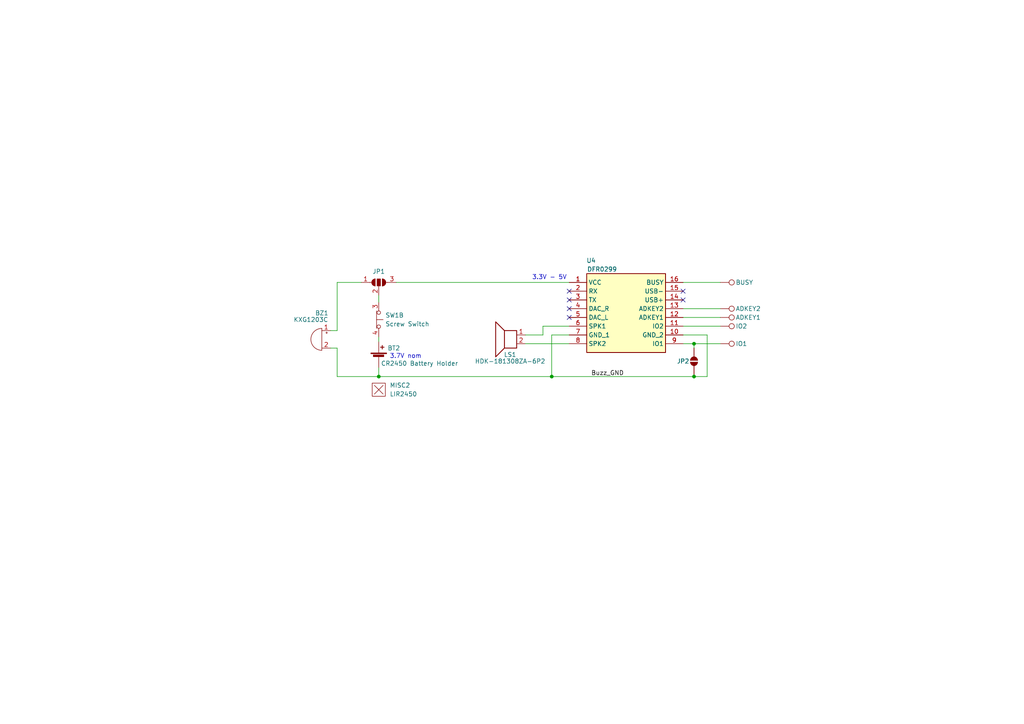
<source format=kicad_sch>
(kicad_sch (version 20211123) (generator eeschema)

  (uuid 3af145cc-9c18-4540-96ba-bbd1f642db11)

  (paper "A4")

  (lib_symbols
    (symbol "Connector:TestPoint" (pin_numbers hide) (pin_names (offset 0.762) hide) (in_bom yes) (on_board yes)
      (property "Reference" "TP" (id 0) (at 0 6.858 0)
        (effects (font (size 1.27 1.27)))
      )
      (property "Value" "TestPoint" (id 1) (at 0 5.08 0)
        (effects (font (size 1.27 1.27)))
      )
      (property "Footprint" "" (id 2) (at 5.08 0 0)
        (effects (font (size 1.27 1.27)) hide)
      )
      (property "Datasheet" "~" (id 3) (at 5.08 0 0)
        (effects (font (size 1.27 1.27)) hide)
      )
      (property "ki_keywords" "test point tp" (id 4) (at 0 0 0)
        (effects (font (size 1.27 1.27)) hide)
      )
      (property "ki_description" "test point" (id 5) (at 0 0 0)
        (effects (font (size 1.27 1.27)) hide)
      )
      (property "ki_fp_filters" "Pin* Test*" (id 6) (at 0 0 0)
        (effects (font (size 1.27 1.27)) hide)
      )
      (symbol "TestPoint_0_1"
        (circle (center 0 3.302) (radius 0.762)
          (stroke (width 0) (type default) (color 0 0 0 0))
          (fill (type none))
        )
      )
      (symbol "TestPoint_1_1"
        (pin passive line (at 0 0 90) (length 2.54)
          (name "1" (effects (font (size 1.27 1.27))))
          (number "1" (effects (font (size 1.27 1.27))))
        )
      )
    )
    (symbol "DFR0299:DFR0299" (in_bom yes) (on_board yes)
      (property "Reference" "U" (id 0) (at 5.715 5.715 0)
        (effects (font (size 1.27 1.27)))
      )
      (property "Value" "DFR0299" (id 1) (at 9.525 3.81 0)
        (effects (font (size 1.27 1.27)))
      )
      (property "Footprint" "DFR0299:DFR0299" (id 2) (at 0 0 0)
        (effects (font (size 1.27 1.27)) hide)
      )
      (property "Datasheet" "https://raw.githubusercontent.com/Arduinolibrary/DFPlayer_Mini_mp3/master/DFPlayer%20Mini%20Manual.pdf" (id 3) (at 0 0 0)
        (effects (font (size 1.27 1.27)) hide)
      )
      (property "Height" "6" (id 4) (at 29.21 -394.92 0)
        (effects (font (size 1.27 1.27)) (justify left top) hide)
      )
      (property "Manufacturer_Name" "DFRobot" (id 5) (at 29.21 -494.92 0)
        (effects (font (size 1.27 1.27)) (justify left top) hide)
      )
      (property "Manufacturer_Part_Number" "DFR0299" (id 6) (at 29.21 -594.92 0)
        (effects (font (size 1.27 1.27)) (justify left top) hide)
      )
      (property "Mouser Part Number" "426-DFR0299" (id 7) (at 29.21 -694.92 0)
        (effects (font (size 1.27 1.27)) (justify left top) hide)
      )
      (property "Mouser Price/Stock" "https://www.mouser.co.uk/ProductDetail/DFRobot/DFR0299?qs=Zcin8yvlhnPSNhqM2hweWw%3D%3D" (id 8) (at 29.21 -794.92 0)
        (effects (font (size 1.27 1.27)) (justify left top) hide)
      )
      (property "Arrow Part Number" "DFR0299" (id 9) (at 29.21 -894.92 0)
        (effects (font (size 1.27 1.27)) (justify left top) hide)
      )
      (property "Arrow Price/Stock" "https://www.arrow.com/en/products/dfr0299/dfrobot?utm_currency=USD&region=nac" (id 10) (at 29.21 -994.92 0)
        (effects (font (size 1.27 1.27)) (justify left top) hide)
      )
      (property "ki_description" "DFPlayer Module, Mini MP3 Player, Arduino Development Boards, MP3/WAV/WMA, UART, 3.3V/5V" (id 11) (at 0 0 0)
        (effects (font (size 1.27 1.27)) hide)
      )
      (symbol "DFR0299_1_1"
        (rectangle (start 5.08 2.54) (end 27.94 -20.32)
          (stroke (width 0.254) (type default) (color 0 0 0 0))
          (fill (type background))
        )
        (pin passive line (at 0 0 0) (length 5.08)
          (name "VCC" (effects (font (size 1.27 1.27))))
          (number "1" (effects (font (size 1.27 1.27))))
        )
        (pin passive line (at 33.02 -15.24 180) (length 5.08)
          (name "GND_2" (effects (font (size 1.27 1.27))))
          (number "10" (effects (font (size 1.27 1.27))))
        )
        (pin passive line (at 33.02 -12.7 180) (length 5.08)
          (name "IO2" (effects (font (size 1.27 1.27))))
          (number "11" (effects (font (size 1.27 1.27))))
        )
        (pin passive line (at 33.02 -10.16 180) (length 5.08)
          (name "ADKEY1" (effects (font (size 1.27 1.27))))
          (number "12" (effects (font (size 1.27 1.27))))
        )
        (pin passive line (at 33.02 -7.62 180) (length 5.08)
          (name "ADKEY2" (effects (font (size 1.27 1.27))))
          (number "13" (effects (font (size 1.27 1.27))))
        )
        (pin passive line (at 33.02 -5.08 180) (length 5.08)
          (name "USB+" (effects (font (size 1.27 1.27))))
          (number "14" (effects (font (size 1.27 1.27))))
        )
        (pin passive line (at 33.02 -2.54 180) (length 5.08)
          (name "USB-" (effects (font (size 1.27 1.27))))
          (number "15" (effects (font (size 1.27 1.27))))
        )
        (pin passive line (at 33.02 0 180) (length 5.08)
          (name "BUSY" (effects (font (size 1.27 1.27))))
          (number "16" (effects (font (size 1.27 1.27))))
        )
        (pin passive line (at 0 -2.54 0) (length 5.08)
          (name "RX" (effects (font (size 1.27 1.27))))
          (number "2" (effects (font (size 1.27 1.27))))
        )
        (pin passive line (at 0 -5.08 0) (length 5.08)
          (name "TX" (effects (font (size 1.27 1.27))))
          (number "3" (effects (font (size 1.27 1.27))))
        )
        (pin passive line (at 0 -7.62 0) (length 5.08)
          (name "DAC_R" (effects (font (size 1.27 1.27))))
          (number "4" (effects (font (size 1.27 1.27))))
        )
        (pin passive line (at 0 -10.16 0) (length 5.08)
          (name "DAC_L" (effects (font (size 1.27 1.27))))
          (number "5" (effects (font (size 1.27 1.27))))
        )
        (pin passive line (at 0 -12.7 0) (length 5.08)
          (name "SPK1" (effects (font (size 1.27 1.27))))
          (number "6" (effects (font (size 1.27 1.27))))
        )
        (pin passive line (at 0 -15.24 0) (length 5.08)
          (name "GND_1" (effects (font (size 1.27 1.27))))
          (number "7" (effects (font (size 1.27 1.27))))
        )
        (pin passive line (at 0 -17.78 0) (length 5.08)
          (name "SPK2" (effects (font (size 1.27 1.27))))
          (number "8" (effects (font (size 1.27 1.27))))
        )
        (pin passive line (at 33.02 -17.78 180) (length 5.08)
          (name "IO1" (effects (font (size 1.27 1.27))))
          (number "9" (effects (font (size 1.27 1.27))))
        )
      )
    )
    (symbol "Device:Battery_Cell" (pin_numbers hide) (pin_names (offset 0) hide) (in_bom yes) (on_board yes)
      (property "Reference" "BT" (id 0) (at 2.54 2.54 0)
        (effects (font (size 1.27 1.27)) (justify left))
      )
      (property "Value" "Battery_Cell" (id 1) (at 2.54 0 0)
        (effects (font (size 1.27 1.27)) (justify left))
      )
      (property "Footprint" "" (id 2) (at 0 1.524 90)
        (effects (font (size 1.27 1.27)) hide)
      )
      (property "Datasheet" "~" (id 3) (at 0 1.524 90)
        (effects (font (size 1.27 1.27)) hide)
      )
      (property "ki_keywords" "battery cell" (id 4) (at 0 0 0)
        (effects (font (size 1.27 1.27)) hide)
      )
      (property "ki_description" "Single-cell battery" (id 5) (at 0 0 0)
        (effects (font (size 1.27 1.27)) hide)
      )
      (symbol "Battery_Cell_0_1"
        (rectangle (start -2.286 1.778) (end 2.286 1.524)
          (stroke (width 0) (type default) (color 0 0 0 0))
          (fill (type outline))
        )
        (rectangle (start -1.5748 1.1938) (end 1.4732 0.6858)
          (stroke (width 0) (type default) (color 0 0 0 0))
          (fill (type outline))
        )
        (polyline
          (pts
            (xy 0 0.762)
            (xy 0 0)
          )
          (stroke (width 0) (type default) (color 0 0 0 0))
          (fill (type none))
        )
        (polyline
          (pts
            (xy 0 1.778)
            (xy 0 2.54)
          )
          (stroke (width 0) (type default) (color 0 0 0 0))
          (fill (type none))
        )
        (polyline
          (pts
            (xy 0.508 3.429)
            (xy 1.524 3.429)
          )
          (stroke (width 0.254) (type default) (color 0 0 0 0))
          (fill (type none))
        )
        (polyline
          (pts
            (xy 1.016 3.937)
            (xy 1.016 2.921)
          )
          (stroke (width 0.254) (type default) (color 0 0 0 0))
          (fill (type none))
        )
      )
      (symbol "Battery_Cell_1_1"
        (pin passive line (at 0 5.08 270) (length 2.54)
          (name "+" (effects (font (size 1.27 1.27))))
          (number "1" (effects (font (size 1.27 1.27))))
        )
        (pin passive line (at 0 -2.54 90) (length 2.54)
          (name "-" (effects (font (size 1.27 1.27))))
          (number "2" (effects (font (size 1.27 1.27))))
        )
      )
    )
    (symbol "Device:Buzzer" (pin_names (offset 0.0254) hide) (in_bom yes) (on_board yes)
      (property "Reference" "BZ" (id 0) (at 3.81 1.27 0)
        (effects (font (size 1.27 1.27)) (justify left))
      )
      (property "Value" "Buzzer" (id 1) (at 3.81 -1.27 0)
        (effects (font (size 1.27 1.27)) (justify left))
      )
      (property "Footprint" "" (id 2) (at -0.635 2.54 90)
        (effects (font (size 1.27 1.27)) hide)
      )
      (property "Datasheet" "~" (id 3) (at -0.635 2.54 90)
        (effects (font (size 1.27 1.27)) hide)
      )
      (property "ki_keywords" "quartz resonator ceramic" (id 4) (at 0 0 0)
        (effects (font (size 1.27 1.27)) hide)
      )
      (property "ki_description" "Buzzer, polarized" (id 5) (at 0 0 0)
        (effects (font (size 1.27 1.27)) hide)
      )
      (property "ki_fp_filters" "*Buzzer*" (id 6) (at 0 0 0)
        (effects (font (size 1.27 1.27)) hide)
      )
      (symbol "Buzzer_0_1"
        (arc (start 0 -3.175) (mid 3.175 0) (end 0 3.175)
          (stroke (width 0) (type default) (color 0 0 0 0))
          (fill (type none))
        )
        (polyline
          (pts
            (xy -1.651 1.905)
            (xy -1.143 1.905)
          )
          (stroke (width 0) (type default) (color 0 0 0 0))
          (fill (type none))
        )
        (polyline
          (pts
            (xy -1.397 2.159)
            (xy -1.397 1.651)
          )
          (stroke (width 0) (type default) (color 0 0 0 0))
          (fill (type none))
        )
        (polyline
          (pts
            (xy 0 3.175)
            (xy 0 -3.175)
          )
          (stroke (width 0) (type default) (color 0 0 0 0))
          (fill (type none))
        )
      )
      (symbol "Buzzer_1_1"
        (pin passive line (at -2.54 2.54 0) (length 2.54)
          (name "-" (effects (font (size 1.27 1.27))))
          (number "1" (effects (font (size 1.27 1.27))))
        )
        (pin passive line (at -2.54 -2.54 0) (length 2.54)
          (name "+" (effects (font (size 1.27 1.27))))
          (number "2" (effects (font (size 1.27 1.27))))
        )
      )
    )
    (symbol "Device:Speaker" (pin_names (offset 0) hide) (in_bom yes) (on_board yes)
      (property "Reference" "LS" (id 0) (at 1.27 5.715 0)
        (effects (font (size 1.27 1.27)) (justify right))
      )
      (property "Value" "Speaker" (id 1) (at 1.27 3.81 0)
        (effects (font (size 1.27 1.27)) (justify right))
      )
      (property "Footprint" "" (id 2) (at 0 -5.08 0)
        (effects (font (size 1.27 1.27)) hide)
      )
      (property "Datasheet" "~" (id 3) (at -0.254 -1.27 0)
        (effects (font (size 1.27 1.27)) hide)
      )
      (property "ki_keywords" "speaker sound" (id 4) (at 0 0 0)
        (effects (font (size 1.27 1.27)) hide)
      )
      (property "ki_description" "Speaker" (id 5) (at 0 0 0)
        (effects (font (size 1.27 1.27)) hide)
      )
      (symbol "Speaker_0_0"
        (rectangle (start -2.54 1.27) (end 1.016 -3.81)
          (stroke (width 0.254) (type default) (color 0 0 0 0))
          (fill (type none))
        )
        (polyline
          (pts
            (xy 1.016 1.27)
            (xy 3.556 3.81)
            (xy 3.556 -6.35)
            (xy 1.016 -3.81)
          )
          (stroke (width 0.254) (type default) (color 0 0 0 0))
          (fill (type none))
        )
      )
      (symbol "Speaker_1_1"
        (pin input line (at -5.08 0 0) (length 2.54)
          (name "1" (effects (font (size 1.27 1.27))))
          (number "1" (effects (font (size 1.27 1.27))))
        )
        (pin input line (at -5.08 -2.54 0) (length 2.54)
          (name "2" (effects (font (size 1.27 1.27))))
          (number "2" (effects (font (size 1.27 1.27))))
        )
      )
    )
    (symbol "Jumper:SolderJumper_3_Open" (pin_names (offset 0) hide) (in_bom yes) (on_board yes)
      (property "Reference" "JP" (id 0) (at -2.54 -2.54 0)
        (effects (font (size 1.27 1.27)))
      )
      (property "Value" "SolderJumper_3_Open" (id 1) (at 0 2.794 0)
        (effects (font (size 1.27 1.27)))
      )
      (property "Footprint" "" (id 2) (at 0 0 0)
        (effects (font (size 1.27 1.27)) hide)
      )
      (property "Datasheet" "~" (id 3) (at 0 0 0)
        (effects (font (size 1.27 1.27)) hide)
      )
      (property "ki_keywords" "Solder Jumper SPDT" (id 4) (at 0 0 0)
        (effects (font (size 1.27 1.27)) hide)
      )
      (property "ki_description" "Solder Jumper, 3-pole, open" (id 5) (at 0 0 0)
        (effects (font (size 1.27 1.27)) hide)
      )
      (property "ki_fp_filters" "SolderJumper*Open*" (id 6) (at 0 0 0)
        (effects (font (size 1.27 1.27)) hide)
      )
      (symbol "SolderJumper_3_Open_0_1"
        (arc (start -1.016 1.016) (mid -2.032 0) (end -1.016 -1.016)
          (stroke (width 0) (type default) (color 0 0 0 0))
          (fill (type none))
        )
        (arc (start -1.016 1.016) (mid -2.032 0) (end -1.016 -1.016)
          (stroke (width 0) (type default) (color 0 0 0 0))
          (fill (type outline))
        )
        (rectangle (start -0.508 1.016) (end 0.508 -1.016)
          (stroke (width 0) (type default) (color 0 0 0 0))
          (fill (type outline))
        )
        (polyline
          (pts
            (xy -2.54 0)
            (xy -2.032 0)
          )
          (stroke (width 0) (type default) (color 0 0 0 0))
          (fill (type none))
        )
        (polyline
          (pts
            (xy -1.016 1.016)
            (xy -1.016 -1.016)
          )
          (stroke (width 0) (type default) (color 0 0 0 0))
          (fill (type none))
        )
        (polyline
          (pts
            (xy 0 -1.27)
            (xy 0 -1.016)
          )
          (stroke (width 0) (type default) (color 0 0 0 0))
          (fill (type none))
        )
        (polyline
          (pts
            (xy 1.016 1.016)
            (xy 1.016 -1.016)
          )
          (stroke (width 0) (type default) (color 0 0 0 0))
          (fill (type none))
        )
        (polyline
          (pts
            (xy 2.54 0)
            (xy 2.032 0)
          )
          (stroke (width 0) (type default) (color 0 0 0 0))
          (fill (type none))
        )
        (arc (start 1.016 -1.016) (mid 2.032 0) (end 1.016 1.016)
          (stroke (width 0) (type default) (color 0 0 0 0))
          (fill (type none))
        )
        (arc (start 1.016 -1.016) (mid 2.032 0) (end 1.016 1.016)
          (stroke (width 0) (type default) (color 0 0 0 0))
          (fill (type outline))
        )
      )
      (symbol "SolderJumper_3_Open_1_1"
        (pin passive line (at -5.08 0 0) (length 2.54)
          (name "A" (effects (font (size 1.27 1.27))))
          (number "1" (effects (font (size 1.27 1.27))))
        )
        (pin passive line (at 0 -3.81 90) (length 2.54)
          (name "C" (effects (font (size 1.27 1.27))))
          (number "2" (effects (font (size 1.27 1.27))))
        )
        (pin passive line (at 5.08 0 180) (length 2.54)
          (name "B" (effects (font (size 1.27 1.27))))
          (number "3" (effects (font (size 1.27 1.27))))
        )
      )
    )
    (symbol "New_Library:MISC" (in_bom yes) (on_board no)
      (property "Reference" "MISC" (id 0) (at 4.445 1.27 0)
        (effects (font (size 1.27 1.27)))
      )
      (property "Value" "MISC" (id 1) (at 4.445 -1.27 0)
        (effects (font (size 1.27 1.27)))
      )
      (property "Footprint" "" (id 2) (at 0 0 0)
        (effects (font (size 1.27 1.27)) hide)
      )
      (property "Datasheet" "" (id 3) (at 0 0 0)
        (effects (font (size 1.27 1.27)) hide)
      )
      (property "Description" "MISC" (id 4) (at 0 0 0)
        (effects (font (size 1.27 1.27)))
      )
      (property "Vendor" "" (id 5) (at 0 0 0)
        (effects (font (size 1.27 1.27)))
      )
      (symbol "MISC_0_1"
        (rectangle (start -1.905 1.905) (end 1.905 -1.905)
          (stroke (width 0) (type default) (color 0 0 0 0))
          (fill (type none))
        )
        (polyline
          (pts
            (xy -1.27 -1.27)
            (xy 1.27 1.27)
          )
          (stroke (width 0) (type default) (color 0 0 0 0))
          (fill (type none))
        )
        (polyline
          (pts
            (xy -1.27 1.27)
            (xy 1.27 -1.27)
          )
          (stroke (width 0) (type default) (color 0 0 0 0))
          (fill (type none))
        )
      )
    )
    (symbol "SolderJumper_2_Open_2" (pin_numbers hide) (pin_names (offset 0) hide) (in_bom yes) (on_board yes)
      (property "Reference" "JP" (id 0) (at 0 2.032 0)
        (effects (font (size 1.27 1.27)))
      )
      (property "Value" "SolderJumper_2_Open_2" (id 1) (at 0 -2.54 0)
        (effects (font (size 1.27 1.27)))
      )
      (property "Footprint" "" (id 2) (at 0 0 0)
        (effects (font (size 1.27 1.27)) hide)
      )
      (property "Datasheet" "~" (id 3) (at 0 0 0)
        (effects (font (size 1.27 1.27)) hide)
      )
      (property "ki_keywords" "solder jumper SPST" (id 4) (at 0 0 0)
        (effects (font (size 1.27 1.27)) hide)
      )
      (property "ki_description" "Solder Jumper, 2-pole, open" (id 5) (at 0 0 0)
        (effects (font (size 1.27 1.27)) hide)
      )
      (property "ki_fp_filters" "SolderJumper*Open*" (id 6) (at 0 0 0)
        (effects (font (size 1.27 1.27)) hide)
      )
      (symbol "SolderJumper_2_Open_2_0_1"
        (arc (start -0.254 1.016) (mid -1.27 0) (end -0.254 -1.016)
          (stroke (width 0) (type default) (color 0 0 0 0))
          (fill (type none))
        )
        (arc (start -0.254 1.016) (mid -1.27 0) (end -0.254 -1.016)
          (stroke (width 0) (type default) (color 0 0 0 0))
          (fill (type outline))
        )
        (polyline
          (pts
            (xy -0.254 1.016)
            (xy -0.254 -1.016)
          )
          (stroke (width 0) (type default) (color 0 0 0 0))
          (fill (type none))
        )
        (polyline
          (pts
            (xy 0.254 1.016)
            (xy 0.254 -1.016)
          )
          (stroke (width 0) (type default) (color 0 0 0 0))
          (fill (type none))
        )
        (arc (start 0.254 -1.016) (mid 1.27 0) (end 0.254 1.016)
          (stroke (width 0) (type default) (color 0 0 0 0))
          (fill (type none))
        )
        (arc (start 0.254 -1.016) (mid 1.27 0) (end 0.254 1.016)
          (stroke (width 0) (type default) (color 0 0 0 0))
          (fill (type outline))
        )
      )
      (symbol "SolderJumper_2_Open_2_1_1"
        (pin passive line (at -3.81 0 0) (length 2.54)
          (name "A" (effects (font (size 1.27 1.27))))
          (number "1" (effects (font (size 1.27 1.27))))
        )
        (pin passive line (at 3.81 0 180) (length 2.54)
          (name "B" (effects (font (size 1.27 1.27))))
          (number "2" (effects (font (size 1.27 1.27))))
        )
      )
    )
    (symbol "Switch:SW_Push_Open_Dual_x2" (pin_names (offset 1.016) hide) (in_bom yes) (on_board yes)
      (property "Reference" "SW" (id 0) (at 0 2.54 0)
        (effects (font (size 1.27 1.27)))
      )
      (property "Value" "SW_Push_Open_Dual_x2" (id 1) (at 0 -1.905 0)
        (effects (font (size 1.27 1.27)))
      )
      (property "Footprint" "" (id 2) (at 0 5.08 0)
        (effects (font (size 1.27 1.27)) hide)
      )
      (property "Datasheet" "~" (id 3) (at 0 5.08 0)
        (effects (font (size 1.27 1.27)) hide)
      )
      (property "ki_keywords" "switch normally-closed pushbutton push-button" (id 4) (at 0 0 0)
        (effects (font (size 1.27 1.27)) hide)
      )
      (property "ki_description" "Push button switch, push-to-open, generic, two pins" (id 5) (at 0 0 0)
        (effects (font (size 1.27 1.27)) hide)
      )
      (symbol "SW_Push_Open_Dual_x2_0_1"
        (circle (center -2.032 0) (radius 0.508)
          (stroke (width 0) (type default) (color 0 0 0 0))
          (fill (type none))
        )
        (polyline
          (pts
            (xy -2.54 -0.635)
            (xy 2.54 -0.635)
          )
          (stroke (width 0) (type default) (color 0 0 0 0))
          (fill (type none))
        )
        (polyline
          (pts
            (xy 0 -0.635)
            (xy 0 1.27)
          )
          (stroke (width 0) (type default) (color 0 0 0 0))
          (fill (type none))
        )
        (circle (center 2.032 0) (radius 0.508)
          (stroke (width 0) (type default) (color 0 0 0 0))
          (fill (type none))
        )
      )
      (symbol "SW_Push_Open_Dual_x2_1_1"
        (pin passive line (at -5.08 0 0) (length 2.54)
          (name "1" (effects (font (size 1.27 1.27))))
          (number "1" (effects (font (size 1.27 1.27))))
        )
        (pin passive line (at 5.08 0 180) (length 2.54)
          (name "2" (effects (font (size 1.27 1.27))))
          (number "2" (effects (font (size 1.27 1.27))))
        )
      )
      (symbol "SW_Push_Open_Dual_x2_2_1"
        (pin passive line (at -5.08 0 0) (length 2.54)
          (name "1" (effects (font (size 1.27 1.27))))
          (number "3" (effects (font (size 1.27 1.27))))
        )
        (pin passive line (at 5.08 0 180) (length 2.54)
          (name "2" (effects (font (size 1.27 1.27))))
          (number "4" (effects (font (size 1.27 1.27))))
        )
      )
    )
  )

  (junction (at 160.02 109.22) (diameter 0) (color 0 0 0 0)
    (uuid 2c3be900-0033-4b56-b03c-011b0075e31a)
  )
  (junction (at 201.295 109.22) (diameter 0) (color 0 0 0 0)
    (uuid 98b47654-79db-439d-8767-31f66ada9ce0)
  )
  (junction (at 109.855 109.22) (diameter 0) (color 0 0 0 0)
    (uuid dbe4003c-3047-471a-8762-1187ab972492)
  )
  (junction (at 201.295 99.695) (diameter 0) (color 0 0 0 0)
    (uuid e1a1d509-f636-4577-984e-6bf5bc4dbefe)
  )

  (no_connect (at 165.1 92.075) (uuid ed6a3993-43c3-4b97-9a6b-bb46c4524a09))
  (no_connect (at 165.1 86.995) (uuid ed6a3993-43c3-4b97-9a6b-bb46c4524a0a))
  (no_connect (at 165.1 84.455) (uuid ed6a3993-43c3-4b97-9a6b-bb46c4524a0b))
  (no_connect (at 165.1 89.535) (uuid ed6a3993-43c3-4b97-9a6b-bb46c4524a0c))
  (no_connect (at 198.12 84.455) (uuid ed6a3993-43c3-4b97-9a6b-bb46c4524a0d))
  (no_connect (at 198.12 86.995) (uuid ed6a3993-43c3-4b97-9a6b-bb46c4524a0e))

  (wire (pts (xy 198.12 81.915) (xy 208.915 81.915))
    (stroke (width 0) (type default) (color 0 0 0 0))
    (uuid 04005798-6f15-4676-9c9e-0cd10f0bfd76)
  )
  (wire (pts (xy 97.79 100.965) (xy 97.79 109.22))
    (stroke (width 0) (type default) (color 0 0 0 0))
    (uuid 0a84f35e-e905-4951-a9d6-72b357a8b0c7)
  )
  (wire (pts (xy 152.4 97.155) (xy 157.48 97.155))
    (stroke (width 0) (type default) (color 0 0 0 0))
    (uuid 0dbae15b-23c7-4392-8144-12ce7cbdf240)
  )
  (wire (pts (xy 97.79 109.22) (xy 109.855 109.22))
    (stroke (width 0) (type default) (color 0 0 0 0))
    (uuid 144a09b8-7632-4879-9f7a-4f93fb550130)
  )
  (wire (pts (xy 198.12 89.535) (xy 208.915 89.535))
    (stroke (width 0) (type default) (color 0 0 0 0))
    (uuid 1adbac22-8c2c-4c6e-81c0-92b3d9574d3e)
  )
  (wire (pts (xy 198.12 94.615) (xy 208.915 94.615))
    (stroke (width 0) (type default) (color 0 0 0 0))
    (uuid 276d8c46-bcc4-49af-8a57-45f2266c18c4)
  )
  (wire (pts (xy 198.12 99.695) (xy 201.295 99.695))
    (stroke (width 0) (type default) (color 0 0 0 0))
    (uuid 28c9946b-79ad-4f7f-a572-a58435a1c5de)
  )
  (wire (pts (xy 205.105 97.155) (xy 205.105 109.22))
    (stroke (width 0) (type default) (color 0 0 0 0))
    (uuid 2e143ce2-51d6-41cc-969f-06f44d5764ca)
  )
  (wire (pts (xy 109.855 97.79) (xy 109.855 99.06))
    (stroke (width 0) (type default) (color 0 0 0 0))
    (uuid 3aac03fa-70ee-47fa-bdf7-d3149b0c654d)
  )
  (wire (pts (xy 198.12 92.075) (xy 208.915 92.075))
    (stroke (width 0) (type default) (color 0 0 0 0))
    (uuid 3ad79588-7ee5-44a9-bc9d-e7e40f905cd9)
  )
  (wire (pts (xy 157.48 94.615) (xy 157.48 97.155))
    (stroke (width 0) (type default) (color 0 0 0 0))
    (uuid 4bba1d5f-6fff-4097-ac03-7b842b8fd4ab)
  )
  (wire (pts (xy 201.295 109.22) (xy 205.105 109.22))
    (stroke (width 0) (type default) (color 0 0 0 0))
    (uuid 50e01658-63a2-40d7-839b-097f13176e9b)
  )
  (wire (pts (xy 160.02 97.155) (xy 160.02 109.22))
    (stroke (width 0) (type default) (color 0 0 0 0))
    (uuid 591f7a3e-1395-4d8c-badf-faf4c8059de1)
  )
  (wire (pts (xy 95.885 100.965) (xy 97.79 100.965))
    (stroke (width 0) (type default) (color 0 0 0 0))
    (uuid 59200bb6-493b-4a83-9f7f-3e6c831f72ab)
  )
  (wire (pts (xy 97.79 95.885) (xy 95.885 95.885))
    (stroke (width 0) (type default) (color 0 0 0 0))
    (uuid 6495962b-f6e7-4a9e-8e4d-0431a55a8e8d)
  )
  (wire (pts (xy 109.855 109.22) (xy 160.02 109.22))
    (stroke (width 0) (type default) (color 0 0 0 0))
    (uuid 85583df1-b4b3-43f1-b431-b81da2e291bf)
  )
  (wire (pts (xy 97.79 81.915) (xy 97.79 95.885))
    (stroke (width 0) (type default) (color 0 0 0 0))
    (uuid 87fe3555-0546-49b5-90d1-fb3e8224aab7)
  )
  (wire (pts (xy 201.295 99.695) (xy 201.295 100.965))
    (stroke (width 0) (type default) (color 0 0 0 0))
    (uuid 95c00289-d117-49f3-8cee-fe5b60a52a82)
  )
  (wire (pts (xy 198.12 97.155) (xy 205.105 97.155))
    (stroke (width 0) (type default) (color 0 0 0 0))
    (uuid 98c2932b-a9a1-4dbe-96d2-778a96bdc4a0)
  )
  (wire (pts (xy 114.935 81.915) (xy 165.1 81.915))
    (stroke (width 0) (type default) (color 0 0 0 0))
    (uuid a762dfa3-1a16-4282-b15c-76cf3a2873a8)
  )
  (wire (pts (xy 109.855 106.68) (xy 109.855 109.22))
    (stroke (width 0) (type default) (color 0 0 0 0))
    (uuid bddd68ac-e39e-49bd-9e2f-8d2c86943ec6)
  )
  (wire (pts (xy 160.02 109.22) (xy 201.295 109.22))
    (stroke (width 0) (type default) (color 0 0 0 0))
    (uuid c42f8c4c-733d-4054-b1e1-1663f2f910f2)
  )
  (wire (pts (xy 157.48 94.615) (xy 165.1 94.615))
    (stroke (width 0) (type default) (color 0 0 0 0))
    (uuid cfaaec6f-e532-49c5-8038-0ff1d0158cb1)
  )
  (wire (pts (xy 201.295 108.585) (xy 201.295 109.22))
    (stroke (width 0) (type default) (color 0 0 0 0))
    (uuid d1e53d43-7588-429b-9b0a-97465122706a)
  )
  (wire (pts (xy 165.1 97.155) (xy 160.02 97.155))
    (stroke (width 0) (type default) (color 0 0 0 0))
    (uuid d47a06a3-21a3-4d34-a678-757674aa7f8b)
  )
  (wire (pts (xy 201.295 99.695) (xy 208.915 99.695))
    (stroke (width 0) (type default) (color 0 0 0 0))
    (uuid dcac15ad-55bc-4498-84be-f3fe935c8792)
  )
  (wire (pts (xy 152.4 99.695) (xy 165.1 99.695))
    (stroke (width 0) (type default) (color 0 0 0 0))
    (uuid dfbe19cc-a269-4cd5-bef5-4efda892b8a5)
  )
  (wire (pts (xy 109.855 85.725) (xy 109.855 87.63))
    (stroke (width 0) (type default) (color 0 0 0 0))
    (uuid e14ecd71-d32b-4e59-997f-43eedb1b120d)
  )
  (wire (pts (xy 104.775 81.915) (xy 97.79 81.915))
    (stroke (width 0) (type default) (color 0 0 0 0))
    (uuid ed221bbd-c933-4839-ab20-20dfcc46f094)
  )

  (text "3.3V - 5V" (at 154.305 81.28 0)
    (effects (font (size 1.27 1.27)) (justify left bottom))
    (uuid 702b798f-0c09-438c-b4d1-24cf8022266a)
  )
  (text "3.7V nom" (at 113.03 104.14 0)
    (effects (font (size 1.27 1.27)) (justify left bottom))
    (uuid 7ff0994a-3013-4694-b090-392cf6e645b4)
  )

  (label "Buzz_GND" (at 171.45 109.22 0)
    (effects (font (size 1.27 1.27)) (justify left bottom))
    (uuid 715c5a52-d2c7-4f66-8981-c1478be40c2c)
  )

  (symbol (lib_id "Connector:TestPoint") (at 208.915 81.915 270) (unit 1)
    (in_bom yes) (on_board yes)
    (uuid 233994be-8281-427d-9ef1-badfefedcd51)
    (property "Reference" "TP2" (id 0) (at 213.995 81.915 90)
      (effects (font (size 1.27 1.27)) (justify left) hide)
    )
    (property "Value" "BUSY" (id 1) (at 213.36 81.915 90)
      (effects (font (size 1.27 1.27)) (justify left))
    )
    (property "Footprint" "TestPoint:TestPoint_Pad_1.5x1.5mm" (id 2) (at 208.915 86.995 0)
      (effects (font (size 1.27 1.27)) hide)
    )
    (property "Datasheet" "~" (id 3) (at 208.915 86.995 0)
      (effects (font (size 1.27 1.27)) hide)
    )
    (pin "1" (uuid adf37541-c6a3-4c5f-8825-b046cdc9fccf))
  )

  (symbol (lib_id "Device:Buzzer") (at 93.345 98.425 0) (mirror y) (unit 1)
    (in_bom yes) (on_board yes)
    (uuid 5e928da7-0cac-4c43-92a8-b0f3e57d0578)
    (property "Reference" "BZ1" (id 0) (at 93.345 90.805 0))
    (property "Value" "KXG1203C" (id 1) (at 90.17 92.71 0))
    (property "Footprint" "Buzzer_Beeper:Buzzer_12x9.5RM7.6" (id 2) (at 93.98 95.885 90)
      (effects (font (size 1.27 1.27)) hide)
    )
    (property "Datasheet" "~" (id 3) (at 93.98 95.885 90)
      (effects (font (size 1.27 1.27)) hide)
    )
    (property "Vendor" "RS" (id 4) (at 93.345 98.425 0)
      (effects (font (size 1.27 1.27)) hide)
    )
    (property "Weight" "2" (id 5) (at 93.345 98.425 0)
      (effects (font (size 1.27 1.27)) hide)
    )
    (property "RS Link" "https://uk.rs-online.com/web/p/piezo-buzzers/7716957" (id 6) (at 93.345 98.425 0)
      (effects (font (size 1.27 1.27)) hide)
    )
    (property "RS Price" "0.787" (id 7) (at 93.345 98.425 0)
      (effects (font (size 1.27 1.27)) hide)
    )
    (property "RS Min" "5" (id 8) (at 93.345 98.425 0)
      (effects (font (size 1.27 1.27)) hide)
    )
    (pin "1" (uuid 9d742ae5-b8da-4749-b6c9-1d2011e80151))
    (pin "2" (uuid 53f6ade2-a330-49ac-a15a-31e35a27a3b4))
  )

  (symbol (lib_id "New_Library:MISC") (at 109.855 113.03 0) (unit 1)
    (in_bom yes) (on_board no) (fields_autoplaced)
    (uuid 670b385b-261e-4ca4-be77-7b8a75ce09dc)
    (property "Reference" "MISC2" (id 0) (at 113.03 111.7599 0)
      (effects (font (size 1.27 1.27)) (justify left))
    )
    (property "Value" "LIR2450" (id 1) (at 113.03 114.2999 0)
      (effects (font (size 1.27 1.27)) (justify left))
    )
    (property "Footprint" "" (id 2) (at 109.855 113.03 0)
      (effects (font (size 1.27 1.27)) hide)
    )
    (property "Datasheet" "" (id 3) (at 109.855 113.03 0)
      (effects (font (size 1.27 1.27)) hide)
    )
    (property "Description" "Li-ion battery" (id 4) (at 109.855 113.03 0)
      (effects (font (size 1.27 1.27)) hide)
    )
    (property "Vendor" "RS" (id 5) (at 109.855 113.03 0)
      (effects (font (size 1.27 1.27)) hide)
    )
    (property "RS Link" "https://uk.rs-online.com/web/p/button-rechargeable-batteries/1834295" (id 6) (at 109.855 113.03 0)
      (effects (font (size 1.27 1.27)) hide)
    )
    (property "RS Price" "3.32" (id 7) (at 109.855 113.03 0)
      (effects (font (size 1.27 1.27)) hide)
    )
    (property "RS Min" "1" (id 8) (at 109.855 113.03 0)
      (effects (font (size 1.27 1.27)) hide)
    )
  )

  (symbol (lib_id "Jumper:SolderJumper_3_Open") (at 109.855 81.915 0) (unit 1)
    (in_bom no) (on_board yes) (fields_autoplaced)
    (uuid 69f76237-627a-4903-a7bf-ed0bca5c0f31)
    (property "Reference" "JP1" (id 0) (at 109.855 78.74 0))
    (property "Value" "SolderJumper_3_Open" (id 1) (at 111.1249 80.01 90)
      (effects (font (size 1.27 1.27)) (justify left) hide)
    )
    (property "Footprint" "Jumper:SolderJumper-3_P1.3mm_Open_RoundedPad1.0x1.5mm" (id 2) (at 109.855 81.915 0)
      (effects (font (size 1.27 1.27)) hide)
    )
    (property "Datasheet" "~" (id 3) (at 109.855 81.915 0)
      (effects (font (size 1.27 1.27)) hide)
    )
    (pin "1" (uuid f44d1a85-4fc2-4840-abd1-e5781a7bb43c))
    (pin "2" (uuid 36b4602e-1b8e-4583-a2bd-6c46e959941a))
    (pin "3" (uuid fa185f16-32e3-4349-9a82-7b50406e893c))
  )

  (symbol (lib_id "DFR0299:DFR0299") (at 165.1 81.915 0) (unit 1)
    (in_bom no) (on_board yes)
    (uuid 984f6355-0902-4665-9e7e-862ad33a6c4e)
    (property "Reference" "U4" (id 0) (at 171.45 75.565 0))
    (property "Value" "DFR0299" (id 1) (at 174.625 78.105 0))
    (property "Footprint" "DFR0299:DFR0299" (id 2) (at 165.1 81.915 0)
      (effects (font (size 1.27 1.27)) hide)
    )
    (property "Datasheet" "https://raw.githubusercontent.com/Arduinolibrary/DFPlayer_Mini_mp3/master/DFPlayer%20Mini%20Manual.pdf" (id 3) (at 165.1 81.915 0)
      (effects (font (size 1.27 1.27)) hide)
    )
    (property "Height" "6" (id 8) (at 194.31 476.835 0)
      (effects (font (size 1.27 1.27)) (justify left top) hide)
    )
    (property "Manufacturer_Name" "DFRobot" (id 9) (at 194.31 576.835 0)
      (effects (font (size 1.27 1.27)) (justify left top) hide)
    )
    (property "Manufacturer_Part_Number" "DFR0299" (id 10) (at 194.31 676.835 0)
      (effects (font (size 1.27 1.27)) (justify left top) hide)
    )
    (property "Vendor" "RS" (id 7) (at 165.1 81.915 0)
      (effects (font (size 1.27 1.27)) hide)
    )
    (property "Farnell Link" "https://uk.farnell.com/dfrobot/dfr0299/dfplayer-mini-mp3-player-arduino/dp/3517866" (id 11) (at 165.1 81.915 0)
      (effects (font (size 1.27 1.27)) hide)
    )
    (property "Farnell Price" "6.17" (id 12) (at 165.1 81.915 0)
      (effects (font (size 1.27 1.27)) hide)
    )
    (property "Mouser Link" "https://www.mouser.co.uk/ProductDetail/DFRobot/DFR0299?qs=Zcin8yvlhnPSNhqM2hweWw%3D%3D" (id 13) (at 165.1 81.915 0)
      (effects (font (size 1.27 1.27)) hide)
    )
    (property "Mouser Price" "4.67" (id 14) (at 165.1 81.915 0)
      (effects (font (size 1.27 1.27)) hide)
    )
    (pin "1" (uuid 279dc1da-825b-412d-b4d9-b17820efaf51))
    (pin "10" (uuid f103e6c6-bee8-4282-9ac9-8972f104306a))
    (pin "11" (uuid 4407925d-0eb4-4623-bb8c-c8e06515585e))
    (pin "12" (uuid 9a5e3121-523a-49ff-8f9c-79148a59af1c))
    (pin "13" (uuid 8e77ddc6-bd30-4002-9b09-17c4924391ae))
    (pin "14" (uuid 13786049-43fc-4869-93a2-495e93ac4545))
    (pin "15" (uuid 5acd8093-43c3-4156-ac45-3d55e74dccba))
    (pin "16" (uuid 9b4dc333-67bc-44a6-9fe7-494e619f9f37))
    (pin "2" (uuid 1017f04f-a394-4326-8c95-9ce086cc92f7))
    (pin "3" (uuid c6432437-9673-47fb-8a65-62c15309fb3a))
    (pin "4" (uuid 1ef07ea8-ec98-4119-bdcf-732c3a384e97))
    (pin "5" (uuid 3e6314a3-1410-4c64-b67b-04b8926a8cde))
    (pin "6" (uuid cca5cb31-bd63-4a24-8cdc-00e6a139b424))
    (pin "7" (uuid 1454526a-f94b-47de-83aa-5493f06c55a0))
    (pin "8" (uuid 1a636152-202a-4b95-aea4-981c0cf8aba0))
    (pin "9" (uuid e3f2c23b-a3b3-4bd1-a9a5-24386aca8488))
  )

  (symbol (lib_id "Device:Speaker") (at 147.32 97.155 0) (mirror y) (unit 1)
    (in_bom no) (on_board yes)
    (uuid 9921be07-1792-4fad-85ca-30bdb3b165ac)
    (property "Reference" "LS1" (id 0) (at 147.955 102.87 0))
    (property "Value" "HDK-181308ZA-6P2" (id 1) (at 147.955 104.775 0))
    (property "Footprint" "KiCad:HDK-181308ZA-6P2 Speaker" (id 2) (at 147.32 102.235 0)
      (effects (font (size 1.27 1.27)) hide)
    )
    (property "Datasheet" "~" (id 3) (at 147.574 98.425 0)
      (effects (font (size 1.27 1.27)) hide)
    )
    (property "Vendor" "" (id 4) (at 147.32 97.155 0)
      (effects (font (size 1.27 1.27)) hide)
    )
    (property "RS Link" "https://uk.rs-online.com/web/p/miniature-speakers/1176047" (id 5) (at 147.32 97.155 0)
      (effects (font (size 1.27 1.27)) hide)
    )
    (property "RS Price" "2.23" (id 6) (at 147.32 97.155 0)
      (effects (font (size 1.27 1.27)) hide)
    )
    (property "Farnell Link" "https://uk.farnell.com/pro-signal/abs-238-rc/speaker-8ohm-89db-0-5w/dp/2534984" (id 7) (at 147.32 97.155 0)
      (effects (font (size 1.27 1.27)) hide)
    )
    (property "Farnell Price" "1.90" (id 8) (at 147.32 97.155 0)
      (effects (font (size 1.27 1.27)) hide)
    )
    (pin "1" (uuid 5793c643-deaf-4181-85b3-5c60e4b71d1b))
    (pin "2" (uuid 795da485-16fc-4cb1-b775-3694cc5d3f1a))
  )

  (symbol (lib_id "Device:Battery_Cell") (at 109.855 104.14 0) (unit 1)
    (in_bom yes) (on_board yes)
    (uuid a9031d0e-318f-48e9-8cd8-73bfcd6da50c)
    (property "Reference" "BT2" (id 0) (at 112.395 100.965 0)
      (effects (font (size 1.27 1.27)) (justify left))
    )
    (property "Value" "CR2450 Battery Holder" (id 1) (at 110.49 105.41 0)
      (effects (font (size 1.27 1.27)) (justify left))
    )
    (property "Footprint" "KiCad:237-8264 Battery holder" (id 2) (at 109.855 102.616 90)
      (effects (font (size 1.27 1.27)) hide)
    )
    (property "Datasheet" "~" (id 3) (at 109.855 102.616 90)
      (effects (font (size 1.27 1.27)) hide)
    )
    (property "Vendor" "RS" (id 4) (at 109.855 104.14 0)
      (effects (font (size 1.27 1.27)) hide)
    )
    (property "RS Link" "https://uk.rs-online.com/web/p/battery-holders/2378264" (id 5) (at 109.855 104.14 0)
      (effects (font (size 1.27 1.27)) hide)
    )
    (property "RS Price" "1.49" (id 6) (at 109.855 104.14 0)
      (effects (font (size 1.27 1.27)) hide)
    )
    (property "RS Min" "1" (id 7) (at 109.855 104.14 0)
      (effects (font (size 1.27 1.27)) hide)
    )
    (pin "1" (uuid 949a5840-a344-48d9-bf7a-2eb82cc05371))
    (pin "2" (uuid 8090e752-38da-48e8-8f7e-e5d2d1381ef3))
  )

  (symbol (lib_id "Switch:SW_Push_Open_Dual_x2") (at 109.855 92.71 270) (unit 2)
    (in_bom no) (on_board yes) (fields_autoplaced)
    (uuid c8c0bc78-87e2-4b3c-8489-9667a8ce0eea)
    (property "Reference" "SW1" (id 0) (at 111.76 91.4399 90)
      (effects (font (size 1.27 1.27)) (justify left))
    )
    (property "Value" "Screw Switch" (id 1) (at 111.76 93.9799 90)
      (effects (font (size 1.27 1.27)) (justify left))
    )
    (property "Footprint" "KiCad:Board_Conn_CanSat" (id 2) (at 114.935 92.71 0)
      (effects (font (size 1.27 1.27)) hide)
    )
    (property "Datasheet" "~" (id 3) (at 114.935 92.71 0)
      (effects (font (size 1.27 1.27)) hide)
    )
    (pin "1" (uuid cd82ef2b-70d9-4da2-9ce0-44c936c8f9bd))
    (pin "2" (uuid cd8fb8ce-6846-4c2c-9492-e6cb069c9fc2))
    (pin "3" (uuid 9e6740cc-bb60-4196-b35b-40f523391703))
    (pin "4" (uuid 873b6a5b-d694-44ff-b684-594417213c04))
  )

  (symbol (lib_name "SolderJumper_2_Open_2") (lib_id "Jumper:SolderJumper_2_Open") (at 201.295 104.775 90) (unit 1)
    (in_bom no) (on_board yes)
    (uuid d32ff4aa-52b2-4d7a-a236-393fffad2126)
    (property "Reference" "JP2" (id 0) (at 198.12 104.775 90))
    (property "Value" "SolderJumper_2_Open" (id 1) (at 198.12 104.775 0)
      (effects (font (size 1.27 1.27)) hide)
    )
    (property "Footprint" "Jumper:SolderJumper-2_P1.3mm_Open_RoundedPad1.0x1.5mm" (id 2) (at 201.295 104.775 0)
      (effects (font (size 1.27 1.27)) hide)
    )
    (property "Datasheet" "~" (id 3) (at 201.295 104.775 0)
      (effects (font (size 1.27 1.27)) hide)
    )
    (pin "1" (uuid c9141402-6258-456b-8d3e-9cb81586ff6e))
    (pin "2" (uuid e596b815-f391-4511-8e38-212874620808))
  )

  (symbol (lib_id "Connector:TestPoint") (at 208.915 94.615 270) (unit 1)
    (in_bom yes) (on_board yes)
    (uuid dd2a8b8b-0510-48f0-a144-1e577df4c457)
    (property "Reference" "TP5" (id 0) (at 213.995 94.615 90)
      (effects (font (size 1.27 1.27)) (justify left) hide)
    )
    (property "Value" "IO2" (id 1) (at 213.36 94.615 90)
      (effects (font (size 1.27 1.27)) (justify left))
    )
    (property "Footprint" "TestPoint:TestPoint_Pad_1.5x1.5mm" (id 2) (at 208.915 99.695 0)
      (effects (font (size 1.27 1.27)) hide)
    )
    (property "Datasheet" "~" (id 3) (at 208.915 99.695 0)
      (effects (font (size 1.27 1.27)) hide)
    )
    (pin "1" (uuid 2d8d4f53-a51b-46ee-a201-629438491312))
  )

  (symbol (lib_id "Connector:TestPoint") (at 208.915 92.075 270) (unit 1)
    (in_bom yes) (on_board yes)
    (uuid dea4feb2-f070-46d8-b7a3-9ddd9dd0eccb)
    (property "Reference" "TP4" (id 0) (at 213.995 92.075 90)
      (effects (font (size 1.27 1.27)) (justify left) hide)
    )
    (property "Value" "ADKEY1" (id 1) (at 213.36 92.075 90)
      (effects (font (size 1.27 1.27)) (justify left))
    )
    (property "Footprint" "TestPoint:TestPoint_Pad_1.5x1.5mm" (id 2) (at 208.915 97.155 0)
      (effects (font (size 1.27 1.27)) hide)
    )
    (property "Datasheet" "~" (id 3) (at 208.915 97.155 0)
      (effects (font (size 1.27 1.27)) hide)
    )
    (pin "1" (uuid 892b4a18-dda8-40c2-919a-2f56dfe3e2e8))
  )

  (symbol (lib_id "Connector:TestPoint") (at 208.915 89.535 270) (unit 1)
    (in_bom yes) (on_board yes)
    (uuid e80c2976-04b1-4c33-827c-8a213e7d778c)
    (property "Reference" "TP3" (id 0) (at 213.995 89.535 90)
      (effects (font (size 1.27 1.27)) (justify left) hide)
    )
    (property "Value" "ADKEY2" (id 1) (at 213.36 89.535 90)
      (effects (font (size 1.27 1.27)) (justify left))
    )
    (property "Footprint" "TestPoint:TestPoint_Pad_1.5x1.5mm" (id 2) (at 208.915 94.615 0)
      (effects (font (size 1.27 1.27)) hide)
    )
    (property "Datasheet" "~" (id 3) (at 208.915 94.615 0)
      (effects (font (size 1.27 1.27)) hide)
    )
    (pin "1" (uuid fe1053a9-ba4a-4b42-8f83-4d13f5eea701))
  )

  (symbol (lib_id "Connector:TestPoint") (at 208.915 99.695 270) (unit 1)
    (in_bom yes) (on_board yes)
    (uuid e9b39793-fe28-43fb-bf9b-70ff56dd3bdf)
    (property "Reference" "TP6" (id 0) (at 213.995 99.695 90)
      (effects (font (size 1.27 1.27)) (justify left) hide)
    )
    (property "Value" "IO1" (id 1) (at 213.36 99.695 90)
      (effects (font (size 1.27 1.27)) (justify left))
    )
    (property "Footprint" "TestPoint:TestPoint_Pad_1.5x1.5mm" (id 2) (at 208.915 104.775 0)
      (effects (font (size 1.27 1.27)) hide)
    )
    (property "Datasheet" "~" (id 3) (at 208.915 104.775 0)
      (effects (font (size 1.27 1.27)) hide)
    )
    (pin "1" (uuid 645d8bf3-a8f2-4edc-84a7-e24dfa75f3c9))
  )
)

</source>
